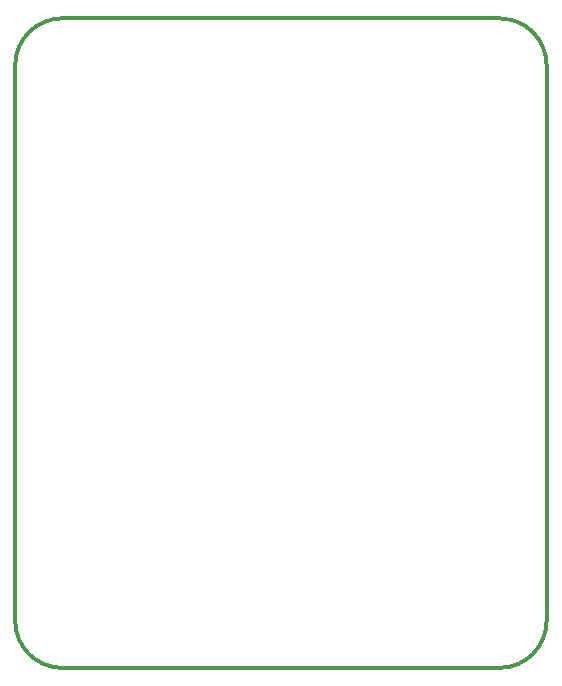
<source format=gm1>
G04 #@! TF.GenerationSoftware,KiCad,Pcbnew,(5.1.2-1)-1*
G04 #@! TF.CreationDate,2019-07-21T21:30:42+01:00*
G04 #@! TF.ProjectId,nfc_reader_module,6e66635f-7265-4616-9465-725f6d6f6475,rev?*
G04 #@! TF.SameCoordinates,Original*
G04 #@! TF.FileFunction,Profile,NP*
%FSLAX46Y46*%
G04 Gerber Fmt 4.6, Leading zero omitted, Abs format (unit mm)*
G04 Created by KiCad (PCBNEW (5.1.2-1)-1) date 2019-07-21 21:30:42*
%MOMM*%
%LPD*%
G04 APERTURE LIST*
%ADD10C,0.299720*%
G04 APERTURE END LIST*
D10*
X123460000Y-117110000D02*
G75*
G03X127460000Y-121110000I4000000J0D01*
G01*
X127460000Y-66110000D02*
G75*
G03X123460000Y-70110000I0J-4000000D01*
G01*
X168460000Y-70110000D02*
G75*
G03X164460000Y-66110000I-4000000J0D01*
G01*
X164460000Y-121110000D02*
G75*
G03X168460000Y-117110000I0J4000000D01*
G01*
X168460000Y-117110000D02*
X168460000Y-70110000D01*
X127460000Y-121110000D02*
X164460000Y-121110000D01*
X123460000Y-70110000D02*
X123460000Y-117110000D01*
X164460000Y-66110000D02*
X127460000Y-66110000D01*
M02*

</source>
